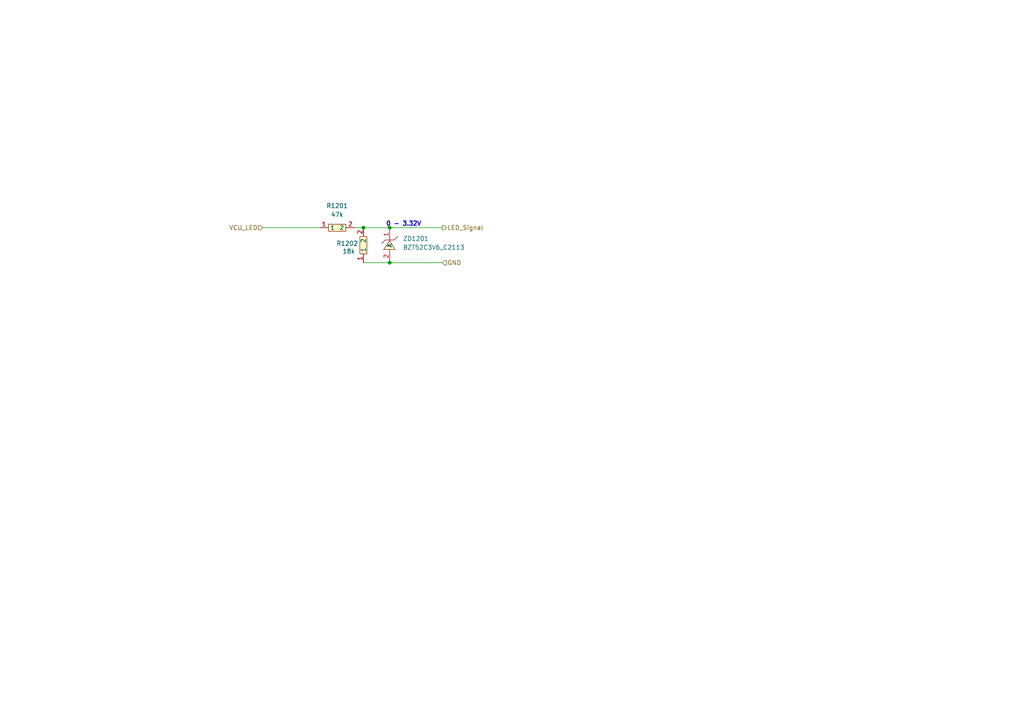
<source format=kicad_sch>
(kicad_sch (version 20250114) (generator "eeschema") (generator_version "9.0")
  (paper "A4")
  (title_block (title "E-Kart Option 1") (date "2025-04-01") (rev "1") (company "Leomax") (comment 1 "zentrale Steuer- und Kommunkationsplatine") (comment 2 "Bachelorarbiet") (comment 3 "Sebastian Hampl"))
  (lib_symbols
    (symbol "easyeda2kicad:0603WAF1802T5E"
      (property "Reference" "R" (at 0 5.08 0))
      (property "Value" "0603WAF1802T5E" (at 0 -5.08 0))
      (symbol "0603WAF1802T5E_0_1"
        (rectangle (start -2.54 1.02) (end 2.54 -1.02) (fill (type background)))
        (pin input line (at -5.08 0 0) (length 2.54) (name "1") (number "1"))
        (pin input line (at 5.08 0 180) (length 2.54) (name "2") (number "2"))
      )
    )
    (symbol "easyeda2kicad:0603WAF4702T5E"
      (property "Reference" "R" (at 0 5.08 0))
      (property "Value" "0603WAF4702T5E" (at 0 -5.08 0))
      (symbol "0603WAF4702T5E_0_1"
        (rectangle (start -2.54 1.02) (end 2.54 -1.02) (fill (type background)))
        (pin input line (at -5.08 0 0) (length 2.54) (name "1") (number "1"))
        (pin input line (at 5.08 0 180) (length 2.54) (name "2") (number "2"))
      )
    )
    (symbol "easyeda2kicad:BZT52C3V6_C2113"
      (property "Reference" "ZD" (at 0 5.08 0))
      (property "Value" "BZT52C3V6_C2113" (at 0 -5.08 0))
      (symbol "BZT52C3V6_C2113_0_1"
        (polyline (pts (xy -2.54 2.29) (xy -1.52 1.27) (xy -1.52 -1.27) (xy -0.51 -2.29)))
        (polyline (pts (xy 1.27 1.52) (xy -1.27 0) (xy 1.27 -1.78) (xy 1.27 1.52)) (fill (type background)))
        (pin unspecified line (at -5.08 0 0) (length 3.81) (name "K") (number "1"))
        (pin unspecified line (at 5.08 0 180) (length 3.81) (name "A") (number "2"))
      )
    )
  )
  (text "0 - 3.32V" (at 117.094 65.024 0) (effects (font (size 1.27 1.27) (thickness 0.254) (bold yes))))
  (junction (at 113.03 66.04))
  (junction (at 113.03 76.2))
  (junction (at 105.41 66.04))
  (wire (pts (xy 102.87 66.04) (xy 105.41 66.04)))
  (wire (pts (xy 113.03 76.2) (xy 128.27 76.2)))
  (wire (pts (xy 76.2 66.04) (xy 92.71 66.04)))
  (wire (pts (xy 105.41 76.2) (xy 113.03 76.2)))
  (wire (pts (xy 113.03 66.04) (xy 128.27 66.04)))
  (wire (pts (xy 105.41 66.04) (xy 113.03 66.04)))
  (hierarchical_label "LED_Signal" (shape output) (at 128.27 66.04 0))
  (hierarchical_label "GND" (shape input) (at 128.27 76.2 0))
  (hierarchical_label "VCU_LED" (shape input) (at 76.2 66.04 180))
  (symbol (lib_id "easyeda2kicad:0603WAF4702T5E") (at 97.79 66.04 0) (unit 1)
    (property "Reference" "R1201" (at 97.79 59.69 0))
    (property "Value" "47k" (at 97.79 62.23 0))
    (property "Footprint" "easyeda2kicad:R0603" (effects (hide yes)))
    (property "Datasheet" "https://lcsc.com/product-detail/Chip-Resistor-Surface-Mount-UniOhm_47KR-4702-1_C25819.html" (effects (hide yes)))
    (property "LCSC Part" "C25819" (effects (hide yes)))
  )
  (symbol (lib_id "easyeda2kicad:BZT52C3V6_C2113") (at 113.03 71.12 270) (unit 1)
    (property "Reference" "ZD1201" (at 116.84 69.2149 90) (effects (justify left)))
    (property "Value" "BZT52C3V6_C2113" (at 116.84 71.7549 90) (effects (justify left)))
    (property "Footprint" "easyeda2kicad:SOD-123_L2.8-W1.8-LS3.7-RD" (effects (hide yes)))
    (property "Datasheet" "https://lcsc.com/product-detail/Zener-Diodes_BZT52C3V6_C2113.html" (effects (hide yes)))
    (property "LCSC Part" "C2113" (effects (hide yes)))
  )
  (symbol (lib_id "easyeda2kicad:0603WAF1802T5E") (at 105.41 71.12 90) (unit 1)
    (property "Reference" "R1202" (at 97.536 70.612 90) (effects (justify right)))
    (property "Value" "18k" (at 99.314 72.898 90) (effects (justify right)))
    (property "Footprint" "easyeda2kicad:R0603" (effects (hide yes)))
    (property "Datasheet" "https://lcsc.com/product-detail/Chip-Resistor-Surface-Mount-UniOhm_18KR-1802-1_C25810.html" (effects (hide yes)))
    (property "LCSC Part" "C25810" (effects (hide yes)))
  )
)
</source>
